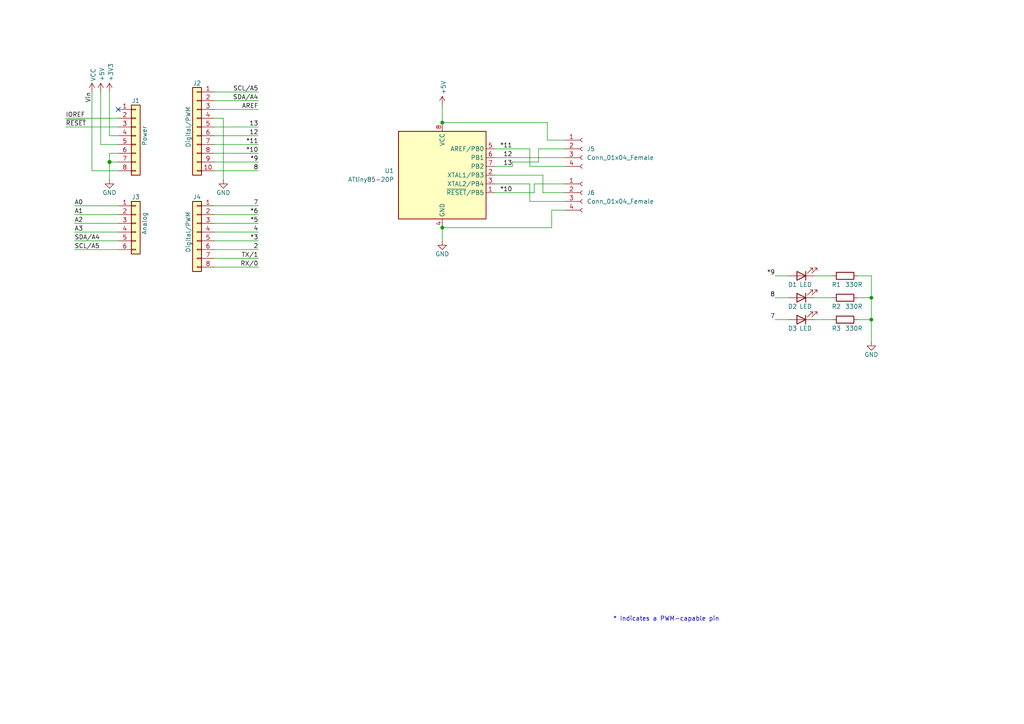
<source format=kicad_sch>
(kicad_sch (version 20211123) (generator eeschema)
  (paper "A4")
  (title_block (date "mar. 31 mars 2015"))
  (lib_symbols
    (symbol "Connector:Conn_01x04_Female" (pin_names (offset 1.016) hide)
      (property "Reference" "J" (at 0 5.08 0))
      (property "Value" "Conn_01x04_Female" (at 0 -7.62 0))
      (symbol "Conn_01x04_Female_1_1"
        (arc (start 0 -4.572) (mid -0.508 -5.08) (end 0 -5.588) (stroke (width 0.1524)))
        (arc (start 0 -2.032) (mid -0.508 -2.54) (end 0 -3.048) (stroke (width 0.1524)))
        (polyline (pts (xy -1.27 -5.08) (xy -0.508 -5.08)) (stroke (width 0.1524)))
        (polyline (pts (xy -1.27 -2.54) (xy -0.508 -2.54)) (stroke (width 0.1524)))
        (polyline (pts (xy -1.27 0) (xy -0.508 0)) (stroke (width 0.1524)))
        (polyline (pts (xy -1.27 2.54) (xy -0.508 2.54)) (stroke (width 0.1524)))
        (arc (start 0 0.508) (mid -0.508 0) (end 0 -0.508) (stroke (width 0.1524)))
        (arc (start 0 3.048) (mid -0.508 2.54) (end 0 2.032) (stroke (width 0.1524)))
        (pin passive line (at -5.08 2.54 0) (length 3.81) (name "Pin_1") (number "1"))
        (pin passive line (at -5.08 0 0) (length 3.81) (name "Pin_2") (number "2"))
        (pin passive line (at -5.08 -2.54 0) (length 3.81) (name "Pin_3") (number "3"))
        (pin passive line (at -5.08 -5.08 0) (length 3.81) (name "Pin_4") (number "4"))
      )
    )
    (symbol "Connector_Generic:Conn_01x06" (pin_names (offset 1.016) hide)
      (property "Reference" "J" (at 0 7.62 0))
      (property "Value" "Conn_01x06" (at 0 -10.16 0))
      (symbol "Conn_01x06_1_1"
        (rectangle (start -1.27 -7.493) (end 0 -7.747) (stroke (width 0.1524)))
        (rectangle (start -1.27 -4.953) (end 0 -5.207) (stroke (width 0.1524)))
        (rectangle (start -1.27 -2.413) (end 0 -2.667) (stroke (width 0.1524)))
        (rectangle (start -1.27 0.127) (end 0 -0.127) (stroke (width 0.1524)))
        (rectangle (start -1.27 2.667) (end 0 2.413) (stroke (width 0.1524)))
        (rectangle (start -1.27 5.207) (end 0 4.953) (stroke (width 0.1524)))
        (rectangle (start -1.27 6.35) (end 1.27 -8.89) (stroke (width 0.254)) (fill (type background)))
        (pin passive line (at -5.08 5.08 0) (length 3.81) (name "Pin_1") (number "1"))
        (pin passive line (at -5.08 2.54 0) (length 3.81) (name "Pin_2") (number "2"))
        (pin passive line (at -5.08 0 0) (length 3.81) (name "Pin_3") (number "3"))
        (pin passive line (at -5.08 -2.54 0) (length 3.81) (name "Pin_4") (number "4"))
        (pin passive line (at -5.08 -5.08 0) (length 3.81) (name "Pin_5") (number "5"))
        (pin passive line (at -5.08 -7.62 0) (length 3.81) (name "Pin_6") (number "6"))
      )
    )
    (symbol "Connector_Generic:Conn_01x08" (pin_names (offset 1.016) hide)
      (property "Reference" "J" (at 0 10.16 0))
      (property "Value" "Conn_01x08" (at 0 -12.7 0))
      (symbol "Conn_01x08_1_1"
        (rectangle (start -1.27 -10.033) (end 0 -10.287) (stroke (width 0.1524)))
        (rectangle (start -1.27 -7.493) (end 0 -7.747) (stroke (width 0.1524)))
        (rectangle (start -1.27 -4.953) (end 0 -5.207) (stroke (width 0.1524)))
        (rectangle (start -1.27 -2.413) (end 0 -2.667) (stroke (width 0.1524)))
        (rectangle (start -1.27 0.127) (end 0 -0.127) (stroke (width 0.1524)))
        (rectangle (start -1.27 2.667) (end 0 2.413) (stroke (width 0.1524)))
        (rectangle (start -1.27 5.207) (end 0 4.953) (stroke (width 0.1524)))
        (rectangle (start -1.27 7.747) (end 0 7.493) (stroke (width 0.1524)))
        (rectangle (start -1.27 8.89) (end 1.27 -11.43) (stroke (width 0.254)) (fill (type background)))
        (pin passive line (at -5.08 7.62 0) (length 3.81) (name "Pin_1") (number "1"))
        (pin passive line (at -5.08 5.08 0) (length 3.81) (name "Pin_2") (number "2"))
        (pin passive line (at -5.08 2.54 0) (length 3.81) (name "Pin_3") (number "3"))
        (pin passive line (at -5.08 0 0) (length 3.81) (name "Pin_4") (number "4"))
        (pin passive line (at -5.08 -2.54 0) (length 3.81) (name "Pin_5") (number "5"))
        (pin passive line (at -5.08 -5.08 0) (length 3.81) (name "Pin_6") (number "6"))
        (pin passive line (at -5.08 -7.62 0) (length 3.81) (name "Pin_7") (number "7"))
        (pin passive line (at -5.08 -10.16 0) (length 3.81) (name "Pin_8") (number "8"))
      )
    )
    (symbol "Connector_Generic:Conn_01x10" (pin_names (offset 1.016) hide)
      (property "Reference" "J" (at 0 12.7 0))
      (property "Value" "Conn_01x10" (at 0 -15.24 0))
      (symbol "Conn_01x10_1_1"
        (rectangle (start -1.27 -12.573) (end 0 -12.827) (stroke (width 0.1524)))
        (rectangle (start -1.27 -10.033) (end 0 -10.287) (stroke (width 0.1524)))
        (rectangle (start -1.27 -7.493) (end 0 -7.747) (stroke (width 0.1524)))
        (rectangle (start -1.27 -4.953) (end 0 -5.207) (stroke (width 0.1524)))
        (rectangle (start -1.27 -2.413) (end 0 -2.667) (stroke (width 0.1524)))
        (rectangle (start -1.27 0.127) (end 0 -0.127) (stroke (width 0.1524)))
        (rectangle (start -1.27 2.667) (end 0 2.413) (stroke (width 0.1524)))
        (rectangle (start -1.27 5.207) (end 0 4.953) (stroke (width 0.1524)))
        (rectangle (start -1.27 7.747) (end 0 7.493) (stroke (width 0.1524)))
        (rectangle (start -1.27 10.287) (end 0 10.033) (stroke (width 0.1524)))
        (rectangle (start -1.27 11.43) (end 1.27 -13.97) (stroke (width 0.254)) (fill (type background)))
        (pin passive line (at -5.08 10.16 0) (length 3.81) (name "Pin_1") (number "1"))
        (pin passive line (at -5.08 -12.7 0) (length 3.81) (name "Pin_10") (number "10"))
        (pin passive line (at -5.08 7.62 0) (length 3.81) (name "Pin_2") (number "2"))
        (pin passive line (at -5.08 5.08 0) (length 3.81) (name "Pin_3") (number "3"))
        (pin passive line (at -5.08 2.54 0) (length 3.81) (name "Pin_4") (number "4"))
        (pin passive line (at -5.08 0 0) (length 3.81) (name "Pin_5") (number "5"))
        (pin passive line (at -5.08 -2.54 0) (length 3.81) (name "Pin_6") (number "6"))
        (pin passive line (at -5.08 -5.08 0) (length 3.81) (name "Pin_7") (number "7"))
        (pin passive line (at -5.08 -7.62 0) (length 3.81) (name "Pin_8") (number "8"))
        (pin passive line (at -5.08 -10.16 0) (length 3.81) (name "Pin_9") (number "9"))
      )
    )
    (symbol "Device:LED" (pin_numbers hide) (pin_names (offset 1.016) hide)
      (property "Reference" "D" (at 0 2.54 0))
      (property "Value" "LED" (at 0 -2.54 0))
      (symbol "LED_0_1"
        (polyline (pts (xy -1.27 -1.27) (xy -1.27 1.27)) (stroke (width 0.254)))
        (polyline (pts (xy -1.27 0) (xy 1.27 0)))
        (polyline (pts (xy 1.27 -1.27) (xy 1.27 1.27) (xy -1.27 0) (xy 1.27 -1.27)) (stroke (width 0.254)))
        (polyline (pts (xy -3.048 -0.762) (xy -4.572 -2.286) (xy -3.81 -2.286) (xy -4.572 -2.286) (xy -4.572 -1.524)))
        (polyline (pts (xy -1.778 -0.762) (xy -3.302 -2.286) (xy -2.54 -2.286) (xy -3.302 -2.286) (xy -3.302 -1.524)))
      )
      (symbol "LED_1_1"
        (pin passive line (at -3.81 0 0) (length 2.54) (name "K") (number "1"))
        (pin passive line (at 3.81 0 180) (length 2.54) (name "A") (number "2"))
      )
    )
    (symbol "Device:R" (pin_numbers hide) (pin_names (offset 0))
      (property "Reference" "R" (at 2.032 0 90))
      (property "Value" "R" (at 0 0 90))
      (symbol "R_0_1"
        (rectangle (start -1.016 -2.54) (end 1.016 2.54) (stroke (width 0.254)))
      )
      (symbol "R_1_1"
        (pin passive line (at 0 3.81 270) (length 1.27) (name "~") (number "1"))
        (pin passive line (at 0 -3.81 90) (length 1.27) (name "~") (number "2"))
      )
    )
    (symbol "MCU_Microchip_ATtiny:ATtiny85-20P"
      (property "Reference" "U" (at -12.7 13.97 0))
      (property "Value" "ATtiny85-20P" (at 2.54 -13.97 0))
      (symbol "ATtiny85-20P_0_1"
        (rectangle (start -12.7 -12.7) (end 12.7 12.7) (stroke (width 0.254)) (fill (type background)))
      )
      (symbol "ATtiny85-20P_1_1"
        (pin bidirectional line (at 15.24 -5.08 180) (length 2.54) (name "~{RESET}/PB5") (number "1"))
        (pin bidirectional line (at 15.24 0 180) (length 2.54) (name "XTAL1/PB3") (number "2"))
        (pin bidirectional line (at 15.24 -2.54 180) (length 2.54) (name "XTAL2/PB4") (number "3"))
        (pin power_in line (at 0 -15.24 90) (length 2.54) (name "GND") (number "4"))
        (pin bidirectional line (at 15.24 7.62 180) (length 2.54) (name "AREF/PB0") (number "5"))
        (pin bidirectional line (at 15.24 5.08 180) (length 2.54) (name "PB1") (number "6"))
        (pin bidirectional line (at 15.24 2.54 180) (length 2.54) (name "PB2") (number "7"))
        (pin power_in line (at 0 15.24 270) (length 2.54) (name "VCC") (number "8"))
      )
    )
    (symbol "power:+3V3" (power) (pin_names (offset 0))
      (property "Value" "+3V3" (at 0 3.556 0))
      (symbol "+3V3_0_1"
        (polyline (pts (xy -0.762 1.27) (xy 0 2.54)))
        (polyline (pts (xy 0 0) (xy 0 2.54)))
        (polyline (pts (xy 0 2.54) (xy 0.762 1.27)))
      )
      (symbol "+3V3_1_1"
        (pin power_in line (at 0 0 90) (length 0) hide (name "+3V3") (number "1"))
      )
    )
    (symbol "power:+5V" (power) (pin_names (offset 0))
      (property "Value" "+5V" (at 0 3.556 0))
      (symbol "+5V_0_1"
        (polyline (pts (xy -0.762 1.27) (xy 0 2.54)))
        (polyline (pts (xy 0 0) (xy 0 2.54)))
        (polyline (pts (xy 0 2.54) (xy 0.762 1.27)))
      )
      (symbol "+5V_1_1"
        (pin power_in line (at 0 0 90) (length 0) hide (name "+5V") (number "1"))
      )
    )
    (symbol "power:GND" (power) (pin_names (offset 0))
      (property "Value" "GND" (at 0 -3.81 0))
      (symbol "GND_0_1"
        (polyline (pts (xy 0 0) (xy 0 -1.27) (xy 1.27 -1.27) (xy 0 -2.54) (xy -1.27 -1.27) (xy 0 -1.27)))
      )
      (symbol "GND_1_1"
        (pin power_in line (at 0 0 270) (length 0) hide (name "GND") (number "1"))
      )
    )
    (symbol "power:VCC" (power) (pin_names (offset 0))
      (property "Value" "VCC" (at 0 3.81 0))
      (symbol "VCC_0_1"
        (polyline (pts (xy -0.762 1.27) (xy 0 2.54)))
        (polyline (pts (xy 0 0) (xy 0 2.54)))
        (polyline (pts (xy 0 2.54) (xy 0.762 1.27)))
      )
      (symbol "VCC_1_1"
        (pin power_in line (at 0 0 90) (length 0) hide (name "VCC") (number "1"))
      )
    )
  )
  (junction (at 31.75 46.99) (diameter 1.016))
  (junction (at 128.27 66.04))
  (junction (at 252.73 86.36))
  (junction (at 252.73 92.71))
  (junction (at 128.27 35.56))
  (no_connect (at 34.29 31.75))
  (wire (pts (xy 62.23 77.47) (xy 74.93 77.47)))
  (wire (pts (xy 62.23 44.45) (xy 74.93 44.45)))
  (wire (pts (xy 62.23 26.67) (xy 74.93 26.67)))
  (wire (pts (xy 236.22 92.71) (xy 241.3 92.71)))
  (wire (pts (xy 224.79 80.01) (xy 228.6 80.01)))
  (wire (pts (xy 31.75 44.45) (xy 31.75 46.99)))
  (wire (pts (xy 21.59 72.39) (xy 34.29 72.39)))
  (wire (pts (xy 143.51 53.34) (xy 153.67 53.34)))
  (wire (pts (xy 163.83 43.18) (xy 156.21 43.18)))
  (wire (pts (xy 31.75 46.99) (xy 31.75 52.07)))
  (wire (pts (xy 236.22 86.36) (xy 241.3 86.36)))
  (wire (pts (xy 128.27 66.04) (xy 128.27 69.85)))
  (wire (pts (xy 31.75 39.37) (xy 34.29 39.37)))
  (wire (pts (xy 29.21 41.91) (xy 34.29 41.91)))
  (wire (pts (xy 29.21 26.67) (xy 29.21 41.91)))
  (wire (pts (xy 160.02 60.96) (xy 163.83 60.96)))
  (wire (pts (xy 128.27 30.48) (xy 128.27 35.56)))
  (wire (pts (xy 157.48 50.8) (xy 157.48 55.88)))
  (wire (pts (xy 62.23 36.83) (xy 74.93 36.83)))
  (wire (pts (xy 31.75 26.67) (xy 31.75 39.37)))
  (wire (pts (xy 62.23 59.69) (xy 74.93 59.69)))
  (wire (pts (xy 34.29 59.69) (xy 21.59 59.69)))
  (wire (pts (xy 62.23 39.37) (xy 74.93 39.37)))
  (wire (pts (xy 62.23 62.23) (xy 74.93 62.23)))
  (wire (pts (xy 128.27 66.04) (xy 160.02 66.04)))
  (wire (pts (xy 252.73 86.36) (xy 252.73 92.71)))
  (wire (pts (xy 236.22 80.01) (xy 241.3 80.01)))
  (wire (pts (xy 252.73 92.71) (xy 252.73 99.06)))
  (wire (pts (xy 143.51 43.18) (xy 153.67 43.18)))
  (wire (pts (xy 62.23 46.99) (xy 74.93 46.99)))
  (wire (pts (xy 248.92 92.71) (xy 252.73 92.71)))
  (wire (pts (xy 160.02 66.04) (xy 160.02 60.96)))
  (wire (pts (xy 62.23 67.31) (xy 74.93 67.31)))
  (wire (pts (xy 19.05 34.29) (xy 34.29 34.29)))
  (wire (pts (xy 156.21 46.99) (xy 148.59 46.99)))
  (wire (pts (xy 156.21 43.18) (xy 156.21 46.99)))
  (wire (pts (xy 64.77 34.29) (xy 64.77 52.07)))
  (wire (pts (xy 62.23 31.75) (xy 74.93 31.75)))
  (wire (pts (xy 153.67 53.34) (xy 153.67 58.42)))
  (wire (pts (xy 34.29 64.77) (xy 21.59 64.77)))
  (wire (pts (xy 19.05 36.83) (xy 34.29 36.83)))
  (wire (pts (xy 34.29 46.99) (xy 31.75 46.99)))
  (wire (pts (xy 154.94 53.34) (xy 163.83 53.34)))
  (wire (pts (xy 163.83 48.26) (xy 153.67 48.26)))
  (wire (pts (xy 158.75 40.64) (xy 158.75 35.56)))
  (wire (pts (xy 34.29 49.53) (xy 26.67 49.53)))
  (wire (pts (xy 21.59 62.23) (xy 34.29 62.23)))
  (wire (pts (xy 153.67 48.26) (xy 153.67 43.18)))
  (wire (pts (xy 248.92 80.01) (xy 252.73 80.01)))
  (wire (pts (xy 252.73 80.01) (xy 252.73 86.36)))
  (wire (pts (xy 62.23 34.29) (xy 64.77 34.29)))
  (wire (pts (xy 143.51 45.72) (xy 163.83 45.72)))
  (wire (pts (xy 143.51 55.88) (xy 154.94 55.88)))
  (wire (pts (xy 34.29 44.45) (xy 31.75 44.45)))
  (wire (pts (xy 163.83 40.64) (xy 158.75 40.64)))
  (wire (pts (xy 224.79 86.36) (xy 228.6 86.36)))
  (wire (pts (xy 62.23 41.91) (xy 74.93 41.91)))
  (wire (pts (xy 153.67 58.42) (xy 163.83 58.42)))
  (wire (pts (xy 158.75 35.56) (xy 128.27 35.56)))
  (wire (pts (xy 62.23 64.77) (xy 74.93 64.77)))
  (wire (pts (xy 21.59 67.31) (xy 34.29 67.31)))
  (wire (pts (xy 62.23 29.21) (xy 74.93 29.21)))
  (wire (pts (xy 62.23 72.39) (xy 74.93 72.39)))
  (wire (pts (xy 62.23 69.85) (xy 74.93 69.85)))
  (wire (pts (xy 248.92 86.36) (xy 252.73 86.36)))
  (wire (pts (xy 62.23 74.93) (xy 74.93 74.93)))
  (wire (pts (xy 26.67 49.53) (xy 26.67 26.67)))
  (wire (pts (xy 224.79 92.71) (xy 228.6 92.71)))
  (wire (pts (xy 143.51 48.26) (xy 148.59 48.26)))
  (wire (pts (xy 154.94 55.88) (xy 154.94 53.34)))
  (wire (pts (xy 34.29 69.85) (xy 21.59 69.85)))
  (wire (pts (xy 148.59 46.99) (xy 148.59 48.26)))
  (wire (pts (xy 157.48 55.88) (xy 163.83 55.88)))
  (wire (pts (xy 62.23 49.53) (xy 74.93 49.53)))
  (wire (pts (xy 143.51 50.8) (xy 157.48 50.8)))
  (text "* Indicates a PWM-capable pin" (at 177.8 180.34 0) (effects (font (size 1.27 1.27)) (justify left bottom)))
  (label "RX{slash}0" (at 74.93 77.47 180))
  (label "A2" (at 21.59 64.77 0))
  (label "4" (at 74.93 67.31 180))
  (label "8" (at 224.79 86.36 180))
  (label "2" (at 74.93 72.39 180))
  (label "A3" (at 21.59 67.31 0))
  (label "13" (at 74.93 36.83 180))
  (label "12" (at 74.93 39.37 180))
  (label "12" (at 148.59 45.72 180))
  (label "~{RESET}" (at 19.05 36.83 0))
  (label "*10" (at 74.93 44.45 180))
  (label "*11" (at 148.59 43.18 180))
  (label "7" (at 74.93 59.69 180))
  (label "SDA{slash}A4" (at 74.93 29.21 180))
  (label "8" (at 74.93 49.53 180))
  (label "13" (at 148.59 48.26 180))
  (label "*11" (at 74.93 41.91 180))
  (label "*3" (at 74.93 69.85 180))
  (label "*9" (at 224.79 80.01 180))
  (label "7" (at 224.79 92.71 180))
  (label "A1" (at 21.59 62.23 0))
  (label "TX{slash}1" (at 74.93 74.93 180))
  (label "A0" (at 21.59 59.69 0))
  (label "AREF" (at 74.93 31.75 180))
  (label "Vin" (at 26.67 26.67 270))
  (label "*6" (at 74.93 62.23 180))
  (label "SCL{slash}A5" (at 74.93 26.67 180))
  (label "*9" (at 74.93 46.99 180))
  (label "*10" (at 148.59 55.88 180))
  (label "*5" (at 74.93 64.77 180))
  (label "IOREF" (at 19.05 34.29 0))
  (label "SDA{slash}A4" (at 21.59 69.85 0))
  (label "SCL{slash}A5" (at 21.59 72.39 0))
  (symbol (lib_id "Connector_Generic:Conn_01x08") (at 39.37 39.37 0) (unit 1)
    (property "Reference" "J1" (at 39.37 29.21 0))
    (property "Value" "Power" (at 41.91 39.37 90))
    (property "Footprint" "Connector_PinSocket_2.54mm:PinSocket_1x08_P2.54mm_Vertical" (effects hide))
  )
  (symbol (lib_id "power:+3V3") (at 31.75 26.67 0) (unit 1)
    (property "Reference" "#PWR03" (effects hide))
    (property "Value" "+3.3V" (at 32.131 23.622 90) (effects (justify left)))
  )
  (symbol (lib_id "power:+5V") (at 29.21 26.67 0) (unit 1)
    (property "Reference" "#PWR02" (effects hide))
    (property "Value" "+5V" (at 29.5656 23.622 90) (effects (justify left)))
  )
  (symbol (lib_id "power:GND") (at 31.75 52.07 0) (unit 1)
    (property "Reference" "#PWR04" (effects hide))
    (property "Value" "GND" (at 31.75 55.88 0))
  )
  (symbol (lib_id "Connector_Generic:Conn_01x10") (at 57.15 36.83 0) (mirror y) (unit 1)
    (property "Reference" "J2" (at 57.15 24.13 0))
    (property "Value" "Digital/PWM" (at 54.61 36.83 90))
    (property "Footprint" "Connector_PinSocket_2.54mm:PinSocket_1x10_P2.54mm_Vertical" (effects hide))
  )
  (symbol (lib_id "power:GND") (at 64.77 52.07 0) (unit 1)
    (property "Reference" "#PWR05" (effects hide))
    (property "Value" "GND" (at 64.77 55.88 0))
  )
  (symbol (lib_id "Connector_Generic:Conn_01x06") (at 39.37 64.77 0) (unit 1)
    (property "Reference" "J3" (at 39.37 57.15 0))
    (property "Value" "Analog" (at 41.91 64.77 90))
    (property "Footprint" "Connector_PinSocket_2.54mm:PinSocket_1x06_P2.54mm_Vertical" (effects hide))
  )
  (symbol (lib_id "Connector_Generic:Conn_01x08") (at 57.15 67.31 0) (mirror y) (unit 1)
    (property "Reference" "J4" (at 57.15 57.15 0))
    (property "Value" "Digital/PWM" (at 54.61 67.31 90))
    (property "Footprint" "Connector_PinSocket_2.54mm:PinSocket_1x08_P2.54mm_Vertical" (effects hide))
  )
  (symbol (lib_id "Device:R") (at 245.11 80.01 90) (unit 1)
    (property "Reference" "R1" (at 242.57 82.55 90))
    (property "Value" "330R" (at 247.65 82.55 90))
    (property "Footprint" "Resistor_SMD:R_0603_1608Metric" (effects hide))
  )
  (symbol (lib_id "power:GND") (at 128.27 69.85 0) (unit 1)
    (property "Reference" "#PWR07" (effects hide))
    (property "Value" "GND" (at 128.27 73.66 0))
  )
  (symbol (lib_id "Device:LED") (at 232.41 86.36 180) (unit 1)
    (property "Reference" "D2" (at 229.87 88.9 0))
    (property "Value" "LED" (at 233.68 88.9 0))
    (property "Footprint" "LED_SMD:LED_0402_1005Metric" (effects hide))
  )
  (symbol (lib_id "Device:R") (at 245.11 86.36 90) (unit 1)
    (property "Reference" "R2" (at 242.57 88.9 90))
    (property "Value" "330R" (at 247.65 88.9 90))
    (property "Footprint" "Resistor_SMD:R_0603_1608Metric" (effects hide))
  )
  (symbol (lib_id "MCU_Microchip_ATtiny:ATtiny85-20P") (at 128.27 50.8 0) (unit 1)
    (property "Reference" "U1" (at 114.3 49.5299 0) (effects (justify right)))
    (property "Value" "ATtiny85-20P" (at 114.3 52.0699 0) (effects (justify right)))
    (property "Footprint" "Package_DIP:DIP-8_W7.62mm_Socket" (effects hide))
    (property "Datasheet" "http://ww1.microchip.com/downloads/en/DeviceDoc/atmel-2586-avr-8-bit-microcontroller-attiny25-attiny45-attiny85_datasheet.pdf" (effects hide))
  )
  (symbol (lib_id "power:VCC") (at 26.67 26.67 0) (unit 1)
    (property "Reference" "#PWR01" (effects hide))
    (property "Value" "VCC" (at 27.051 23.622 90) (effects (justify left)))
  )
  (symbol (lib_id "Connector:Conn_01x04_Female") (at 168.91 55.88 0) (unit 1)
    (property "Reference" "J6" (at 170.18 55.8799 0) (effects (justify left)))
    (property "Value" "Conn_01x04_Female" (at 170.18 58.4199 0) (effects (justify left)))
    (property "Footprint" "Connector_PinSocket_2.54mm:PinSocket_1x04_P2.54mm_Vertical" (effects hide))
  )
  (symbol (lib_id "Connector:Conn_01x04_Female") (at 168.91 43.18 0) (unit 1)
    (property "Reference" "J5" (at 170.18 43.1799 0) (effects (justify left)))
    (property "Value" "Conn_01x04_Female" (at 170.18 45.7199 0) (effects (justify left)))
    (property "Footprint" "Connector_PinSocket_2.54mm:PinSocket_1x04_P2.54mm_Vertical" (effects hide))
  )
  (symbol (lib_id "Device:LED") (at 232.41 92.71 180) (unit 1)
    (property "Reference" "D3" (at 229.87 95.25 0))
    (property "Value" "LED" (at 233.68 95.25 0))
    (property "Footprint" "LED_SMD:LED_0402_1005Metric" (effects hide))
  )
  (symbol (lib_id "power:+5V") (at 128.27 30.48 0) (unit 1)
    (property "Reference" "#PWR06" (effects hide))
    (property "Value" "+5V" (at 128.6256 27.432 90) (effects (justify left)))
  )
  (symbol (lib_id "Device:LED") (at 232.41 80.01 180) (unit 1)
    (property "Reference" "D1" (at 229.87 82.55 0))
    (property "Value" "LED" (at 233.68 82.55 0))
    (property "Footprint" "LED_SMD:LED_0402_1005Metric" (effects hide))
  )
  (symbol (lib_id "power:GND") (at 252.73 99.06 0) (unit 1)
    (property "Reference" "#PWR08" (effects hide))
    (property "Value" "GND" (at 252.73 102.87 0))
  )
  (symbol (lib_id "Device:R") (at 245.11 92.71 90) (unit 1)
    (property "Reference" "R3" (at 242.57 95.25 90))
    (property "Value" "330R" (at 247.65 95.25 90))
    (property "Footprint" "Resistor_SMD:R_0603_1608Metric" (effects hide))
  )
)
</source>
